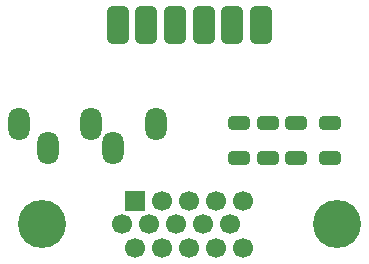
<source format=gbs>
G04 #@! TF.GenerationSoftware,KiCad,Pcbnew,9.0.0*
G04 #@! TF.CreationDate,2025-03-27T12:33:45-07:00*
G04 #@! TF.ProjectId,SNES2VGA,534e4553-3256-4474-912e-6b696361645f,1*
G04 #@! TF.SameCoordinates,Original*
G04 #@! TF.FileFunction,Soldermask,Bot*
G04 #@! TF.FilePolarity,Negative*
%FSLAX46Y46*%
G04 Gerber Fmt 4.6, Leading zero omitted, Abs format (unit mm)*
G04 Created by KiCad (PCBNEW 9.0.0) date 2025-03-27 12:33:45*
%MOMM*%
%LPD*%
G01*
G04 APERTURE LIST*
G04 Aperture macros list*
%AMRoundRect*
0 Rectangle with rounded corners*
0 $1 Rounding radius*
0 $2 $3 $4 $5 $6 $7 $8 $9 X,Y pos of 4 corners*
0 Add a 4 corners polygon primitive as box body*
4,1,4,$2,$3,$4,$5,$6,$7,$8,$9,$2,$3,0*
0 Add four circle primitives for the rounded corners*
1,1,$1+$1,$2,$3*
1,1,$1+$1,$4,$5*
1,1,$1+$1,$6,$7*
1,1,$1+$1,$8,$9*
0 Add four rect primitives between the rounded corners*
20,1,$1+$1,$2,$3,$4,$5,0*
20,1,$1+$1,$4,$5,$6,$7,0*
20,1,$1+$1,$6,$7,$8,$9,0*
20,1,$1+$1,$8,$9,$2,$3,0*%
G04 Aperture macros list end*
%ADD10RoundRect,0.475000X-0.475000X-1.125000X0.475000X-1.125000X0.475000X1.125000X-0.475000X1.125000X0*%
%ADD11RoundRect,0.250000X-0.650000X0.325000X-0.650000X-0.325000X0.650000X-0.325000X0.650000X0.325000X0*%
%ADD12R,1.700000X1.700000*%
%ADD13C,1.700000*%
%ADD14C,4.066000*%
%ADD15O,1.800000X2.800000*%
G04 APERTURE END LIST*
D10*
X146980000Y-90140000D03*
X144560000Y-90140000D03*
X142140000Y-90140000D03*
X139720000Y-90140000D03*
X137300000Y-90140000D03*
X134880000Y-90140000D03*
D11*
X145130000Y-98455000D03*
X145130000Y-101405000D03*
X147560000Y-98455000D03*
X147560000Y-101405000D03*
X150000000Y-98455000D03*
X150000000Y-101405000D03*
D12*
X136345000Y-105020000D03*
D13*
X138635000Y-105020000D03*
X140925000Y-105020000D03*
X143215000Y-105020000D03*
X145505000Y-105020000D03*
X135200000Y-107000000D03*
X137490000Y-107000000D03*
X139780000Y-107000000D03*
X142070000Y-107000000D03*
X144360000Y-107000000D03*
X136345000Y-108980000D03*
X138635000Y-108980000D03*
X140925000Y-108980000D03*
X143215000Y-108980000D03*
X145505000Y-108980000D03*
D14*
X153420000Y-107000000D03*
X128430000Y-107000000D03*
D15*
X134450000Y-100550000D03*
X132650000Y-98550000D03*
X126550000Y-98550000D03*
X128950000Y-100550000D03*
X138150000Y-98550000D03*
D11*
X152870000Y-98455000D03*
X152870000Y-101405000D03*
M02*

</source>
